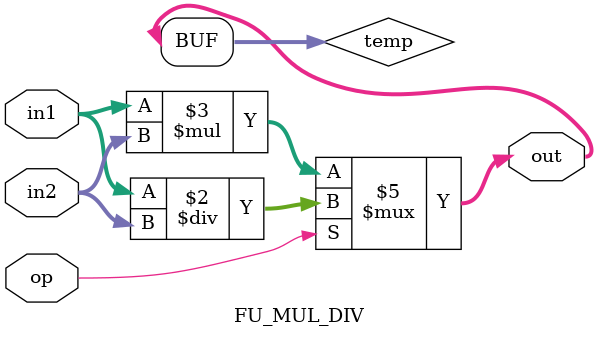
<source format=v>
module FU_MUL_DIV(op, in1, in2, out);

	input op;
	input [15:0] in1, in2;
	output [15:0] out;
	
	reg [15:0] temp;
	
	always@(*)
	begin
		if(op)
		begin
			temp = in1 / in2;
		end
		else
			temp = in1 * in2;
		begin
			
		end
	end
	
	assign out = temp;
	
endmodule

</source>
